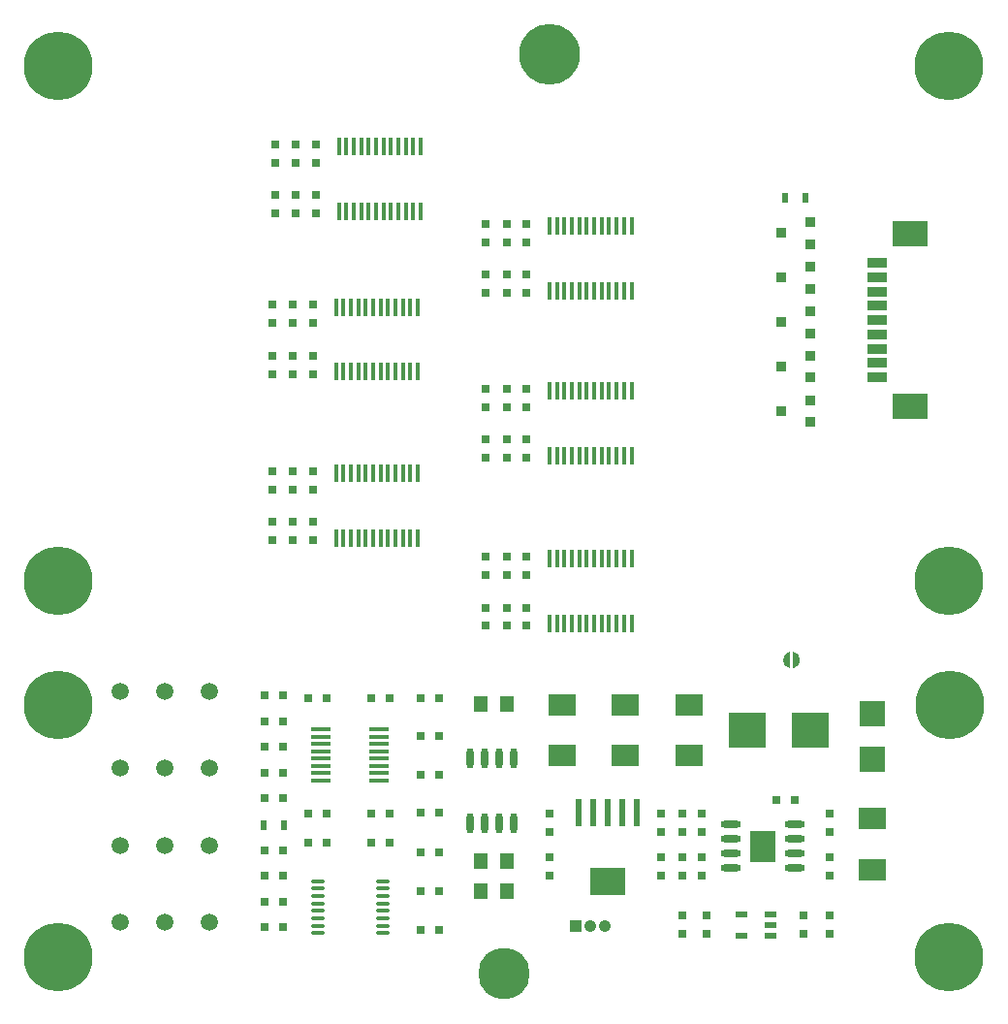
<source format=gbr>
G04*
G04 #@! TF.GenerationSoftware,Altium Limited,Altium Designer,24.1.2 (44)*
G04*
G04 Layer_Color=255*
%FSLAX44Y44*%
%MOMM*%
G71*
G04*
G04 #@! TF.SameCoordinates,5A935687-884A-4F64-8E33-7EEF87A7B93E*
G04*
G04*
G04 #@! TF.FilePolarity,Positive*
G04*
G01*
G75*
%ADD20R,0.6000X0.9000*%
%ADD21R,2.3622X1.8796*%
%ADD22R,3.0988X2.2098*%
%ADD23R,1.7018X0.8128*%
%ADD24R,0.4000X1.5000*%
%ADD25R,0.8000X0.7000*%
%ADD26R,0.7000X0.8000*%
%ADD27R,1.2696X1.3462*%
%ADD28O,0.6000X1.8000*%
%ADD29R,1.0000X0.6000*%
%ADD30R,0.9500X0.9000*%
%ADD31R,2.3000X2.2860*%
%ADD32R,3.3000X3.1500*%
%ADD33O,1.8000X0.6000*%
%ADD34R,2.3000X2.8000*%
%ADD35R,3.1725X2.3455*%
%ADD36R,0.6325X2.3455*%
%ADD37O,1.3000X0.3500*%
%ADD38R,1.8000X0.4000*%
%ADD68C,1.5000*%
%ADD72C,5.3000*%
%ADD73C,4.5000*%
%ADD74C,0.7000*%
%ADD75C,6.0000*%
%ADD76C,0.8000*%
%ADD77R,1.0500X1.0500*%
%ADD78C,1.0500*%
G36*
G01X675178Y287614D02*
G02Y302386I1302J7386D01*
G01Y287614D01*
D02*
G37*
G36*
G01X677782Y302386D02*
G02Y287614I-1302J-7386D01*
G01Y302386D01*
D02*
G37*
D20*
X688874Y698268D02*
D03*
X670715Y698267D02*
D03*
X233441Y150985D02*
D03*
X215282Y150984D02*
D03*
D21*
X476120Y211447D02*
D03*
Y256151D02*
D03*
X747061Y156464D02*
D03*
Y111760D02*
D03*
X586740Y211328D02*
D03*
Y256032D02*
D03*
X530860D02*
D03*
Y211328D02*
D03*
D22*
X779955Y516252D02*
D03*
Y667252D02*
D03*
D23*
X750955Y641752D02*
D03*
Y629252D02*
D03*
Y616752D02*
D03*
Y604252D02*
D03*
Y591752D02*
D03*
Y579252D02*
D03*
Y566752D02*
D03*
Y554252D02*
D03*
Y541752D02*
D03*
D24*
X281010Y686806D02*
D03*
X287510D02*
D03*
X294010D02*
D03*
X300510D02*
D03*
X307010D02*
D03*
X313510D02*
D03*
X320010D02*
D03*
X326510D02*
D03*
X333010D02*
D03*
X339510D02*
D03*
X346010D02*
D03*
X352510D02*
D03*
Y743194D02*
D03*
X346010D02*
D03*
X339510D02*
D03*
X333010D02*
D03*
X326510D02*
D03*
X320010D02*
D03*
X313510D02*
D03*
X307010D02*
D03*
X300510D02*
D03*
X294010D02*
D03*
X287510D02*
D03*
X281010D02*
D03*
X465150Y673811D02*
D03*
X471650D02*
D03*
X478150D02*
D03*
X484650D02*
D03*
X491150D02*
D03*
X497650D02*
D03*
X504150D02*
D03*
X510650D02*
D03*
X517150D02*
D03*
X523650D02*
D03*
X530150D02*
D03*
X536650D02*
D03*
Y617423D02*
D03*
X530150D02*
D03*
X523650D02*
D03*
X517150D02*
D03*
X510650D02*
D03*
X504150D02*
D03*
X497650D02*
D03*
X491150D02*
D03*
X484650D02*
D03*
X478150D02*
D03*
X471650D02*
D03*
X465150D02*
D03*
Y326806D02*
D03*
X471650D02*
D03*
X478150D02*
D03*
X484650D02*
D03*
X491150D02*
D03*
X497650D02*
D03*
X504150D02*
D03*
X510650D02*
D03*
X517150D02*
D03*
X523650D02*
D03*
X530150D02*
D03*
X536650D02*
D03*
Y383194D02*
D03*
X530150D02*
D03*
X523650D02*
D03*
X517150D02*
D03*
X510650D02*
D03*
X504150D02*
D03*
X497650D02*
D03*
X491150D02*
D03*
X484650D02*
D03*
X478150D02*
D03*
X471650D02*
D03*
X465150D02*
D03*
X278470Y401423D02*
D03*
X284970D02*
D03*
X291470D02*
D03*
X297970D02*
D03*
X304470D02*
D03*
X310970D02*
D03*
X317470D02*
D03*
X323970D02*
D03*
X330470D02*
D03*
X336970D02*
D03*
X343470D02*
D03*
X349970D02*
D03*
Y457811D02*
D03*
X343470D02*
D03*
X336970D02*
D03*
X330470D02*
D03*
X323970D02*
D03*
X317470D02*
D03*
X310970D02*
D03*
X304470D02*
D03*
X297970D02*
D03*
X291470D02*
D03*
X284970D02*
D03*
X278470D02*
D03*
Y546867D02*
D03*
X284970D02*
D03*
X291470D02*
D03*
X297970D02*
D03*
X304470D02*
D03*
X310970D02*
D03*
X317470D02*
D03*
X323970D02*
D03*
X330470D02*
D03*
X336970D02*
D03*
X343470D02*
D03*
X349970D02*
D03*
Y603255D02*
D03*
X343470D02*
D03*
X336970D02*
D03*
X330470D02*
D03*
X323970D02*
D03*
X317470D02*
D03*
X310970D02*
D03*
X304470D02*
D03*
X297970D02*
D03*
X291470D02*
D03*
X284970D02*
D03*
X278470D02*
D03*
X465150Y473423D02*
D03*
X471650D02*
D03*
X478150D02*
D03*
X484650D02*
D03*
X491150D02*
D03*
X497650D02*
D03*
X504150D02*
D03*
X510650D02*
D03*
X517150D02*
D03*
X523650D02*
D03*
X530150D02*
D03*
X536650D02*
D03*
Y529811D02*
D03*
X530150D02*
D03*
X523650D02*
D03*
X517150D02*
D03*
X510650D02*
D03*
X504150D02*
D03*
X497650D02*
D03*
X491150D02*
D03*
X484650D02*
D03*
X478150D02*
D03*
X471650D02*
D03*
X465150D02*
D03*
D25*
X445020Y675857D02*
D03*
Y659857D02*
D03*
X225320Y700759D02*
D03*
Y684759D02*
D03*
Y745239D02*
D03*
Y729239D02*
D03*
X260880Y729241D02*
D03*
Y745241D02*
D03*
X243540Y729241D02*
D03*
Y745241D02*
D03*
Y700759D02*
D03*
Y684759D02*
D03*
X260880Y684761D02*
D03*
Y700761D02*
D03*
X409460Y631376D02*
D03*
Y615376D02*
D03*
Y675856D02*
D03*
Y659856D02*
D03*
X427680Y659857D02*
D03*
Y675857D02*
D03*
Y631376D02*
D03*
Y615376D02*
D03*
X445020Y615378D02*
D03*
Y631378D02*
D03*
X427680Y369240D02*
D03*
Y385240D02*
D03*
X241000Y459857D02*
D03*
Y443857D02*
D03*
X427680Y531857D02*
D03*
Y515857D02*
D03*
X241000Y605301D02*
D03*
Y589301D02*
D03*
X445020Y385240D02*
D03*
Y369240D02*
D03*
Y340761D02*
D03*
Y324761D02*
D03*
X427680Y324759D02*
D03*
Y340759D02*
D03*
X258340Y459857D02*
D03*
Y443857D02*
D03*
X241000Y399376D02*
D03*
Y415376D02*
D03*
X258340Y415378D02*
D03*
Y399378D02*
D03*
X445020Y515857D02*
D03*
Y531857D02*
D03*
X427680Y471376D02*
D03*
Y487376D02*
D03*
X445020Y487378D02*
D03*
Y471378D02*
D03*
X241000Y544820D02*
D03*
Y560820D02*
D03*
X258340Y605301D02*
D03*
Y589301D02*
D03*
X222780Y589300D02*
D03*
Y605300D02*
D03*
X258340Y560822D02*
D03*
Y544822D02*
D03*
X409460Y369239D02*
D03*
Y385239D02*
D03*
Y324759D02*
D03*
Y340759D02*
D03*
X222780Y443856D02*
D03*
Y459856D02*
D03*
X409460Y515856D02*
D03*
Y531856D02*
D03*
X222780Y399376D02*
D03*
Y415376D02*
D03*
X409460Y471376D02*
D03*
Y487376D02*
D03*
X222780Y544820D02*
D03*
Y560820D02*
D03*
X709740Y71671D02*
D03*
Y55671D02*
D03*
X580670Y71671D02*
D03*
Y55671D02*
D03*
X687080D02*
D03*
Y71671D02*
D03*
X601970D02*
D03*
Y55671D02*
D03*
X709740Y123053D02*
D03*
Y107053D02*
D03*
X580670Y123054D02*
D03*
Y107054D02*
D03*
X709740Y161169D02*
D03*
Y145169D02*
D03*
X580670Y161170D02*
D03*
Y145170D02*
D03*
X597970Y123054D02*
D03*
Y107054D02*
D03*
Y161170D02*
D03*
Y145170D02*
D03*
X562469Y107054D02*
D03*
Y123054D02*
D03*
X464820Y107054D02*
D03*
Y123054D02*
D03*
Y145169D02*
D03*
Y161169D02*
D03*
X562469Y145169D02*
D03*
Y161169D02*
D03*
D26*
X232550Y263917D02*
D03*
X216550D02*
D03*
X232551Y128579D02*
D03*
X216551D02*
D03*
X216550Y174291D02*
D03*
X232550D02*
D03*
X216550Y196698D02*
D03*
X232550D02*
D03*
X216550Y219104D02*
D03*
X232550D02*
D03*
X232552Y241510D02*
D03*
X216552D02*
D03*
X216550Y107073D02*
D03*
X232550D02*
D03*
X232551Y83766D02*
D03*
X216551D02*
D03*
X216550Y62260D02*
D03*
X232550D02*
D03*
X309710Y135881D02*
D03*
X325710D02*
D03*
X663560Y172720D02*
D03*
X679560D02*
D03*
X270441Y135881D02*
D03*
X254441D02*
D03*
X254442Y261917D02*
D03*
X270442D02*
D03*
X325711D02*
D03*
X309711D02*
D03*
X270442Y161088D02*
D03*
X254442D02*
D03*
X309711D02*
D03*
X325711D02*
D03*
X368679Y229057D02*
D03*
X352679D02*
D03*
X352681Y161539D02*
D03*
X368681D02*
D03*
X352680Y194398D02*
D03*
X368680D02*
D03*
X368680Y261917D02*
D03*
X352680D02*
D03*
X368680Y126879D02*
D03*
X352680D02*
D03*
X368680Y59360D02*
D03*
X352680D02*
D03*
X368680Y93119D02*
D03*
X352680D02*
D03*
D27*
X428216D02*
D03*
X405352D02*
D03*
X428216Y119554D02*
D03*
X405352D02*
D03*
X427604Y256278D02*
D03*
X404740D02*
D03*
D28*
X434072Y208922D02*
D03*
X421372D02*
D03*
X408672D02*
D03*
X395972D02*
D03*
X434072Y152422D02*
D03*
X421372D02*
D03*
X408672D02*
D03*
X395972D02*
D03*
D29*
X632410Y54171D02*
D03*
Y73171D02*
D03*
X657910D02*
D03*
Y63671D02*
D03*
Y54171D02*
D03*
D30*
X692484Y521644D02*
D03*
X667484Y512144D02*
D03*
X692484Y502644D02*
D03*
Y560536D02*
D03*
X667484Y551036D02*
D03*
X692484Y541536D02*
D03*
Y599428D02*
D03*
X667484Y589928D02*
D03*
X692484Y580428D02*
D03*
Y638320D02*
D03*
X667484Y628820D02*
D03*
X692484Y619320D02*
D03*
Y658211D02*
D03*
X667484Y667711D02*
D03*
X692484Y677211D02*
D03*
D31*
X747061Y207957D02*
D03*
Y247957D02*
D03*
D32*
X692980Y233680D02*
D03*
X637980D02*
D03*
D33*
X623060Y151384D02*
D03*
Y138684D02*
D03*
Y125984D02*
D03*
Y113284D02*
D03*
X679560Y151384D02*
D03*
Y138684D02*
D03*
Y125984D02*
D03*
Y113284D02*
D03*
D34*
X651310Y132334D02*
D03*
D35*
X515620Y101977D02*
D03*
D36*
X490220Y162183D02*
D03*
X502920D02*
D03*
X515620D02*
D03*
X528320D02*
D03*
X541020D02*
D03*
D37*
X262426Y102010D02*
D03*
Y95510D02*
D03*
Y89010D02*
D03*
Y82510D02*
D03*
Y76010D02*
D03*
Y69510D02*
D03*
Y63010D02*
D03*
Y56510D02*
D03*
X319426Y102010D02*
D03*
Y95510D02*
D03*
Y89010D02*
D03*
Y82510D02*
D03*
Y76010D02*
D03*
Y69510D02*
D03*
Y63010D02*
D03*
Y56510D02*
D03*
D38*
X316453Y234177D02*
D03*
Y227827D02*
D03*
Y221477D02*
D03*
Y215127D02*
D03*
Y208777D02*
D03*
Y202427D02*
D03*
Y196077D02*
D03*
Y189727D02*
D03*
X265399D02*
D03*
Y196077D02*
D03*
Y202427D02*
D03*
Y208777D02*
D03*
Y215127D02*
D03*
Y221477D02*
D03*
Y227827D02*
D03*
Y234177D02*
D03*
D68*
X90000Y267627D02*
D03*
X167640Y267627D02*
D03*
X128820D02*
D03*
X167640Y200373D02*
D03*
X128820D02*
D03*
X90000D02*
D03*
Y65866D02*
D03*
X128820D02*
D03*
X167640D02*
D03*
Y133120D02*
D03*
X128820D02*
D03*
X90000D02*
D03*
D72*
X465300Y824000D02*
D03*
D73*
X425000Y21000D02*
D03*
D74*
X486420Y815252D02*
D03*
X456552Y802880D02*
D03*
X444180Y832748D02*
D03*
X474048Y845120D02*
D03*
X486420Y832748D02*
D03*
X474048Y802880D02*
D03*
X444180Y815252D02*
D03*
X456552Y845120D02*
D03*
D75*
X36000Y814000D02*
D03*
Y256000D02*
D03*
Y364000D02*
D03*
X814477Y256000D02*
D03*
X814000Y364000D02*
D03*
Y36000D02*
D03*
Y814000D02*
D03*
X36000Y36000D02*
D03*
D76*
X27252Y835120D02*
D03*
X14880Y805252D02*
D03*
X44748Y792880D02*
D03*
X57120Y822748D02*
D03*
X44748Y835120D02*
D03*
X14880Y822748D02*
D03*
X27252Y792880D02*
D03*
X57120Y805252D02*
D03*
X27252Y277120D02*
D03*
X14880Y247252D02*
D03*
X44748Y234880D02*
D03*
X57120Y264748D02*
D03*
X44748Y277120D02*
D03*
X14880Y264748D02*
D03*
X27252Y234880D02*
D03*
X57120Y247252D02*
D03*
X27252Y385120D02*
D03*
X14880Y355252D02*
D03*
X44748Y342880D02*
D03*
X57120Y372748D02*
D03*
X44748Y385120D02*
D03*
X14880Y372748D02*
D03*
X27252Y342880D02*
D03*
X57120Y355252D02*
D03*
X805729Y277120D02*
D03*
X793357Y247252D02*
D03*
X823225Y234880D02*
D03*
X835597Y264748D02*
D03*
X823225Y277120D02*
D03*
X793357Y264748D02*
D03*
X805729Y234880D02*
D03*
X835597Y247252D02*
D03*
X805252Y385120D02*
D03*
X792880Y355252D02*
D03*
X822748Y342880D02*
D03*
X835120Y372748D02*
D03*
X822748Y385120D02*
D03*
X792880Y372748D02*
D03*
X805252Y342880D02*
D03*
X835120Y355252D02*
D03*
X805252Y57120D02*
D03*
X792880Y27252D02*
D03*
X822748Y14880D02*
D03*
X835120Y44748D02*
D03*
X822748Y57120D02*
D03*
X792880Y44748D02*
D03*
X805252Y14880D02*
D03*
X835120Y27252D02*
D03*
X805252Y835120D02*
D03*
X792880Y805252D02*
D03*
X822748Y792880D02*
D03*
X835120Y822748D02*
D03*
X822748Y835120D02*
D03*
X792880Y822748D02*
D03*
X805252Y792880D02*
D03*
X835120Y805252D02*
D03*
X27252Y57120D02*
D03*
X14880Y27252D02*
D03*
X44748Y14880D02*
D03*
X57120Y44748D02*
D03*
X44748Y57120D02*
D03*
X14880Y44748D02*
D03*
X27252Y14880D02*
D03*
X57120Y27252D02*
D03*
D77*
X487680Y62820D02*
D03*
D78*
X500380D02*
D03*
X513080D02*
D03*
M02*

</source>
